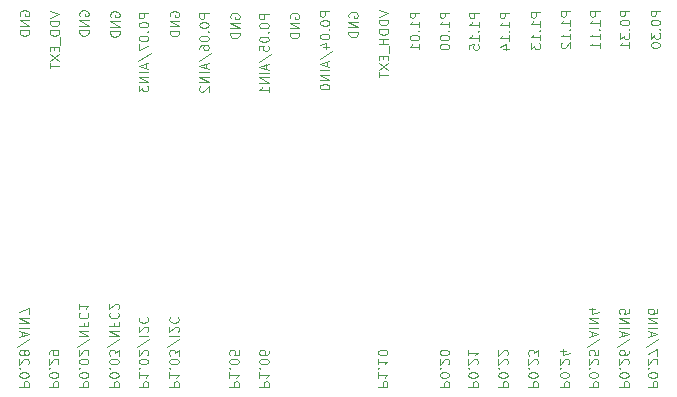
<source format=gbr>
%TF.GenerationSoftware,KiCad,Pcbnew,(6.0.0)*%
%TF.CreationDate,2022-01-25T13:51:39-08:00*%
%TF.ProjectId,nrf5340_qkaa_rev1_sensor,6e726635-3334-4305-9f71-6b61615f7265,rev?*%
%TF.SameCoordinates,Original*%
%TF.FileFunction,Legend,Bot*%
%TF.FilePolarity,Positive*%
%FSLAX46Y46*%
G04 Gerber Fmt 4.6, Leading zero omitted, Abs format (unit mm)*
G04 Created by KiCad (PCBNEW (6.0.0)) date 2022-01-25 13:51:39*
%MOMM*%
%LPD*%
G01*
G04 APERTURE LIST*
%ADD10C,0.120000*%
G04 APERTURE END LIST*
D10*
X90908095Y-83541523D02*
X91708095Y-83541523D01*
X91708095Y-83236761D01*
X91670000Y-83160571D01*
X91631904Y-83122476D01*
X91555714Y-83084380D01*
X91441428Y-83084380D01*
X91365238Y-83122476D01*
X91327142Y-83160571D01*
X91289047Y-83236761D01*
X91289047Y-83541523D01*
X91708095Y-82589142D02*
X91708095Y-82512952D01*
X91670000Y-82436761D01*
X91631904Y-82398666D01*
X91555714Y-82360571D01*
X91403333Y-82322476D01*
X91212857Y-82322476D01*
X91060476Y-82360571D01*
X90984285Y-82398666D01*
X90946190Y-82436761D01*
X90908095Y-82512952D01*
X90908095Y-82589142D01*
X90946190Y-82665333D01*
X90984285Y-82703428D01*
X91060476Y-82741523D01*
X91212857Y-82779619D01*
X91403333Y-82779619D01*
X91555714Y-82741523D01*
X91631904Y-82703428D01*
X91670000Y-82665333D01*
X91708095Y-82589142D01*
X90984285Y-81979619D02*
X90946190Y-81941523D01*
X90908095Y-81979619D01*
X90946190Y-82017714D01*
X90984285Y-81979619D01*
X90908095Y-81979619D01*
X91631904Y-81636761D02*
X91670000Y-81598666D01*
X91708095Y-81522476D01*
X91708095Y-81332000D01*
X91670000Y-81255809D01*
X91631904Y-81217714D01*
X91555714Y-81179619D01*
X91479523Y-81179619D01*
X91365238Y-81217714D01*
X90908095Y-81674857D01*
X90908095Y-81179619D01*
X91708095Y-80912952D02*
X91708095Y-80417714D01*
X91403333Y-80684380D01*
X91403333Y-80570095D01*
X91365238Y-80493904D01*
X91327142Y-80455809D01*
X91250952Y-80417714D01*
X91060476Y-80417714D01*
X90984285Y-80455809D01*
X90946190Y-80493904D01*
X90908095Y-80570095D01*
X90908095Y-80798666D01*
X90946190Y-80874857D01*
X90984285Y-80912952D01*
X70760000Y-52333428D02*
X70721904Y-52257238D01*
X70721904Y-52142952D01*
X70760000Y-52028666D01*
X70836190Y-51952476D01*
X70912380Y-51914380D01*
X71064761Y-51876285D01*
X71179047Y-51876285D01*
X71331428Y-51914380D01*
X71407619Y-51952476D01*
X71483809Y-52028666D01*
X71521904Y-52142952D01*
X71521904Y-52219142D01*
X71483809Y-52333428D01*
X71445714Y-52371523D01*
X71179047Y-52371523D01*
X71179047Y-52219142D01*
X71521904Y-52714380D02*
X70721904Y-52714380D01*
X71521904Y-53171523D01*
X70721904Y-53171523D01*
X71521904Y-53552476D02*
X70721904Y-53552476D01*
X70721904Y-53742952D01*
X70760000Y-53857238D01*
X70836190Y-53933428D01*
X70912380Y-53971523D01*
X71064761Y-54009619D01*
X71179047Y-54009619D01*
X71331428Y-53971523D01*
X71407619Y-53933428D01*
X71483809Y-53857238D01*
X71521904Y-53742952D01*
X71521904Y-53552476D01*
X101058095Y-83541523D02*
X101858095Y-83541523D01*
X101858095Y-83236761D01*
X101820000Y-83160571D01*
X101781904Y-83122476D01*
X101705714Y-83084380D01*
X101591428Y-83084380D01*
X101515238Y-83122476D01*
X101477142Y-83160571D01*
X101439047Y-83236761D01*
X101439047Y-83541523D01*
X101858095Y-82589142D02*
X101858095Y-82512952D01*
X101820000Y-82436761D01*
X101781904Y-82398666D01*
X101705714Y-82360571D01*
X101553333Y-82322476D01*
X101362857Y-82322476D01*
X101210476Y-82360571D01*
X101134285Y-82398666D01*
X101096190Y-82436761D01*
X101058095Y-82512952D01*
X101058095Y-82589142D01*
X101096190Y-82665333D01*
X101134285Y-82703428D01*
X101210476Y-82741523D01*
X101362857Y-82779619D01*
X101553333Y-82779619D01*
X101705714Y-82741523D01*
X101781904Y-82703428D01*
X101820000Y-82665333D01*
X101858095Y-82589142D01*
X101134285Y-81979619D02*
X101096190Y-81941523D01*
X101058095Y-81979619D01*
X101096190Y-82017714D01*
X101134285Y-81979619D01*
X101058095Y-81979619D01*
X101781904Y-81636761D02*
X101820000Y-81598666D01*
X101858095Y-81522476D01*
X101858095Y-81332000D01*
X101820000Y-81255809D01*
X101781904Y-81217714D01*
X101705714Y-81179619D01*
X101629523Y-81179619D01*
X101515238Y-81217714D01*
X101058095Y-81674857D01*
X101058095Y-81179619D01*
X101858095Y-80912952D02*
X101858095Y-80379619D01*
X101058095Y-80722476D01*
X101896190Y-79503428D02*
X100867619Y-80189142D01*
X101286666Y-79274857D02*
X101286666Y-78893904D01*
X101058095Y-79351047D02*
X101858095Y-79084380D01*
X101058095Y-78817714D01*
X101058095Y-78551047D02*
X101858095Y-78551047D01*
X101058095Y-78170095D02*
X101858095Y-78170095D01*
X101058095Y-77712952D01*
X101858095Y-77712952D01*
X101858095Y-76989142D02*
X101858095Y-77141523D01*
X101820000Y-77217714D01*
X101781904Y-77255809D01*
X101667619Y-77332000D01*
X101515238Y-77370095D01*
X101210476Y-77370095D01*
X101134285Y-77332000D01*
X101096190Y-77293904D01*
X101058095Y-77217714D01*
X101058095Y-77065333D01*
X101096190Y-76989142D01*
X101134285Y-76951047D01*
X101210476Y-76912952D01*
X101400952Y-76912952D01*
X101477142Y-76951047D01*
X101515238Y-76989142D01*
X101553333Y-77065333D01*
X101553333Y-77217714D01*
X101515238Y-77293904D01*
X101477142Y-77332000D01*
X101400952Y-77370095D01*
X58751904Y-51898476D02*
X57951904Y-51898476D01*
X57951904Y-52203238D01*
X57990000Y-52279428D01*
X58028095Y-52317523D01*
X58104285Y-52355619D01*
X58218571Y-52355619D01*
X58294761Y-52317523D01*
X58332857Y-52279428D01*
X58370952Y-52203238D01*
X58370952Y-51898476D01*
X57951904Y-52850857D02*
X57951904Y-52927047D01*
X57990000Y-53003238D01*
X58028095Y-53041333D01*
X58104285Y-53079428D01*
X58256666Y-53117523D01*
X58447142Y-53117523D01*
X58599523Y-53079428D01*
X58675714Y-53041333D01*
X58713809Y-53003238D01*
X58751904Y-52927047D01*
X58751904Y-52850857D01*
X58713809Y-52774666D01*
X58675714Y-52736571D01*
X58599523Y-52698476D01*
X58447142Y-52660380D01*
X58256666Y-52660380D01*
X58104285Y-52698476D01*
X58028095Y-52736571D01*
X57990000Y-52774666D01*
X57951904Y-52850857D01*
X58675714Y-53460380D02*
X58713809Y-53498476D01*
X58751904Y-53460380D01*
X58713809Y-53422285D01*
X58675714Y-53460380D01*
X58751904Y-53460380D01*
X57951904Y-53993714D02*
X57951904Y-54069904D01*
X57990000Y-54146095D01*
X58028095Y-54184190D01*
X58104285Y-54222285D01*
X58256666Y-54260380D01*
X58447142Y-54260380D01*
X58599523Y-54222285D01*
X58675714Y-54184190D01*
X58713809Y-54146095D01*
X58751904Y-54069904D01*
X58751904Y-53993714D01*
X58713809Y-53917523D01*
X58675714Y-53879428D01*
X58599523Y-53841333D01*
X58447142Y-53803238D01*
X58256666Y-53803238D01*
X58104285Y-53841333D01*
X58028095Y-53879428D01*
X57990000Y-53917523D01*
X57951904Y-53993714D01*
X57951904Y-54527047D02*
X57951904Y-55060380D01*
X58751904Y-54717523D01*
X57913809Y-55936571D02*
X58942380Y-55250857D01*
X58523333Y-56165142D02*
X58523333Y-56546095D01*
X58751904Y-56088952D02*
X57951904Y-56355619D01*
X58751904Y-56622285D01*
X58751904Y-56888952D02*
X57951904Y-56888952D01*
X58751904Y-57269904D02*
X57951904Y-57269904D01*
X58751904Y-57727047D01*
X57951904Y-57727047D01*
X57951904Y-58031809D02*
X57951904Y-58527047D01*
X58256666Y-58260380D01*
X58256666Y-58374666D01*
X58294761Y-58450857D01*
X58332857Y-58488952D01*
X58409047Y-58527047D01*
X58599523Y-58527047D01*
X58675714Y-58488952D01*
X58713809Y-58450857D01*
X58751904Y-58374666D01*
X58751904Y-58146095D01*
X58713809Y-58069904D01*
X58675714Y-58031809D01*
X52878095Y-83541523D02*
X53678095Y-83541523D01*
X53678095Y-83236761D01*
X53640000Y-83160571D01*
X53601904Y-83122476D01*
X53525714Y-83084380D01*
X53411428Y-83084380D01*
X53335238Y-83122476D01*
X53297142Y-83160571D01*
X53259047Y-83236761D01*
X53259047Y-83541523D01*
X53678095Y-82589142D02*
X53678095Y-82512952D01*
X53640000Y-82436761D01*
X53601904Y-82398666D01*
X53525714Y-82360571D01*
X53373333Y-82322476D01*
X53182857Y-82322476D01*
X53030476Y-82360571D01*
X52954285Y-82398666D01*
X52916190Y-82436761D01*
X52878095Y-82512952D01*
X52878095Y-82589142D01*
X52916190Y-82665333D01*
X52954285Y-82703428D01*
X53030476Y-82741523D01*
X53182857Y-82779619D01*
X53373333Y-82779619D01*
X53525714Y-82741523D01*
X53601904Y-82703428D01*
X53640000Y-82665333D01*
X53678095Y-82589142D01*
X52954285Y-81979619D02*
X52916190Y-81941523D01*
X52878095Y-81979619D01*
X52916190Y-82017714D01*
X52954285Y-81979619D01*
X52878095Y-81979619D01*
X53678095Y-81446285D02*
X53678095Y-81370095D01*
X53640000Y-81293904D01*
X53601904Y-81255809D01*
X53525714Y-81217714D01*
X53373333Y-81179619D01*
X53182857Y-81179619D01*
X53030476Y-81217714D01*
X52954285Y-81255809D01*
X52916190Y-81293904D01*
X52878095Y-81370095D01*
X52878095Y-81446285D01*
X52916190Y-81522476D01*
X52954285Y-81560571D01*
X53030476Y-81598666D01*
X53182857Y-81636761D01*
X53373333Y-81636761D01*
X53525714Y-81598666D01*
X53601904Y-81560571D01*
X53640000Y-81522476D01*
X53678095Y-81446285D01*
X53601904Y-80874857D02*
X53640000Y-80836761D01*
X53678095Y-80760571D01*
X53678095Y-80570095D01*
X53640000Y-80493904D01*
X53601904Y-80455809D01*
X53525714Y-80417714D01*
X53449523Y-80417714D01*
X53335238Y-80455809D01*
X52878095Y-80912952D01*
X52878095Y-80417714D01*
X53716190Y-79503428D02*
X52687619Y-80189142D01*
X52878095Y-79236761D02*
X53678095Y-79236761D01*
X52878095Y-78779619D01*
X53678095Y-78779619D01*
X53297142Y-78132000D02*
X53297142Y-78398666D01*
X52878095Y-78398666D02*
X53678095Y-78398666D01*
X53678095Y-78017714D01*
X52954285Y-77255809D02*
X52916190Y-77293904D01*
X52878095Y-77408190D01*
X52878095Y-77484380D01*
X52916190Y-77598666D01*
X52992380Y-77674857D01*
X53068571Y-77712952D01*
X53220952Y-77751047D01*
X53335238Y-77751047D01*
X53487619Y-77712952D01*
X53563809Y-77674857D01*
X53640000Y-77598666D01*
X53678095Y-77484380D01*
X53678095Y-77408190D01*
X53640000Y-77293904D01*
X53601904Y-77255809D01*
X52878095Y-76493904D02*
X52878095Y-76951047D01*
X52878095Y-76722476D02*
X53678095Y-76722476D01*
X53563809Y-76798666D01*
X53487619Y-76874857D01*
X53449523Y-76951047D01*
X55550000Y-52213428D02*
X55511904Y-52137238D01*
X55511904Y-52022952D01*
X55550000Y-51908666D01*
X55626190Y-51832476D01*
X55702380Y-51794380D01*
X55854761Y-51756285D01*
X55969047Y-51756285D01*
X56121428Y-51794380D01*
X56197619Y-51832476D01*
X56273809Y-51908666D01*
X56311904Y-52022952D01*
X56311904Y-52099142D01*
X56273809Y-52213428D01*
X56235714Y-52251523D01*
X55969047Y-52251523D01*
X55969047Y-52099142D01*
X56311904Y-52594380D02*
X55511904Y-52594380D01*
X56311904Y-53051523D01*
X55511904Y-53051523D01*
X56311904Y-53432476D02*
X55511904Y-53432476D01*
X55511904Y-53622952D01*
X55550000Y-53737238D01*
X55626190Y-53813428D01*
X55702380Y-53851523D01*
X55854761Y-53889619D01*
X55969047Y-53889619D01*
X56121428Y-53851523D01*
X56197619Y-53813428D01*
X56273809Y-53737238D01*
X56311904Y-53622952D01*
X56311904Y-53432476D01*
X86741904Y-51878476D02*
X85941904Y-51878476D01*
X85941904Y-52183238D01*
X85980000Y-52259428D01*
X86018095Y-52297523D01*
X86094285Y-52335619D01*
X86208571Y-52335619D01*
X86284761Y-52297523D01*
X86322857Y-52259428D01*
X86360952Y-52183238D01*
X86360952Y-51878476D01*
X86741904Y-53097523D02*
X86741904Y-52640380D01*
X86741904Y-52868952D02*
X85941904Y-52868952D01*
X86056190Y-52792761D01*
X86132380Y-52716571D01*
X86170476Y-52640380D01*
X86665714Y-53440380D02*
X86703809Y-53478476D01*
X86741904Y-53440380D01*
X86703809Y-53402285D01*
X86665714Y-53440380D01*
X86741904Y-53440380D01*
X86741904Y-54240380D02*
X86741904Y-53783238D01*
X86741904Y-54011809D02*
X85941904Y-54011809D01*
X86056190Y-53935619D01*
X86132380Y-53859428D01*
X86170476Y-53783238D01*
X85941904Y-54964190D02*
X85941904Y-54583238D01*
X86322857Y-54545142D01*
X86284761Y-54583238D01*
X86246666Y-54659428D01*
X86246666Y-54849904D01*
X86284761Y-54926095D01*
X86322857Y-54964190D01*
X86399047Y-55002285D01*
X86589523Y-55002285D01*
X86665714Y-54964190D01*
X86703809Y-54926095D01*
X86741904Y-54849904D01*
X86741904Y-54659428D01*
X86703809Y-54583238D01*
X86665714Y-54545142D01*
X50421904Y-51744190D02*
X51221904Y-52010857D01*
X50421904Y-52277523D01*
X51221904Y-52544190D02*
X50421904Y-52544190D01*
X50421904Y-52734666D01*
X50460000Y-52848952D01*
X50536190Y-52925142D01*
X50612380Y-52963238D01*
X50764761Y-53001333D01*
X50879047Y-53001333D01*
X51031428Y-52963238D01*
X51107619Y-52925142D01*
X51183809Y-52848952D01*
X51221904Y-52734666D01*
X51221904Y-52544190D01*
X51221904Y-53344190D02*
X50421904Y-53344190D01*
X50421904Y-53534666D01*
X50460000Y-53648952D01*
X50536190Y-53725142D01*
X50612380Y-53763238D01*
X50764761Y-53801333D01*
X50879047Y-53801333D01*
X51031428Y-53763238D01*
X51107619Y-53725142D01*
X51183809Y-53648952D01*
X51221904Y-53534666D01*
X51221904Y-53344190D01*
X51298095Y-53953714D02*
X51298095Y-54563238D01*
X50802857Y-54753714D02*
X50802857Y-55020380D01*
X51221904Y-55134666D02*
X51221904Y-54753714D01*
X50421904Y-54753714D01*
X50421904Y-55134666D01*
X50421904Y-55401333D02*
X51221904Y-55934666D01*
X50421904Y-55934666D02*
X51221904Y-55401333D01*
X50421904Y-56125142D02*
X50421904Y-56582285D01*
X51221904Y-56353714D02*
X50421904Y-56353714D01*
X99481904Y-51718476D02*
X98681904Y-51718476D01*
X98681904Y-52023238D01*
X98720000Y-52099428D01*
X98758095Y-52137523D01*
X98834285Y-52175619D01*
X98948571Y-52175619D01*
X99024761Y-52137523D01*
X99062857Y-52099428D01*
X99100952Y-52023238D01*
X99100952Y-51718476D01*
X98681904Y-52670857D02*
X98681904Y-52747047D01*
X98720000Y-52823238D01*
X98758095Y-52861333D01*
X98834285Y-52899428D01*
X98986666Y-52937523D01*
X99177142Y-52937523D01*
X99329523Y-52899428D01*
X99405714Y-52861333D01*
X99443809Y-52823238D01*
X99481904Y-52747047D01*
X99481904Y-52670857D01*
X99443809Y-52594666D01*
X99405714Y-52556571D01*
X99329523Y-52518476D01*
X99177142Y-52480380D01*
X98986666Y-52480380D01*
X98834285Y-52518476D01*
X98758095Y-52556571D01*
X98720000Y-52594666D01*
X98681904Y-52670857D01*
X99405714Y-53280380D02*
X99443809Y-53318476D01*
X99481904Y-53280380D01*
X99443809Y-53242285D01*
X99405714Y-53280380D01*
X99481904Y-53280380D01*
X98681904Y-53585142D02*
X98681904Y-54080380D01*
X98986666Y-53813714D01*
X98986666Y-53928000D01*
X99024761Y-54004190D01*
X99062857Y-54042285D01*
X99139047Y-54080380D01*
X99329523Y-54080380D01*
X99405714Y-54042285D01*
X99443809Y-54004190D01*
X99481904Y-53928000D01*
X99481904Y-53699428D01*
X99443809Y-53623238D01*
X99405714Y-53585142D01*
X99481904Y-54842285D02*
X99481904Y-54385142D01*
X99481904Y-54613714D02*
X98681904Y-54613714D01*
X98796190Y-54537523D01*
X98872380Y-54461333D01*
X98910476Y-54385142D01*
X60600000Y-52183428D02*
X60561904Y-52107238D01*
X60561904Y-51992952D01*
X60600000Y-51878666D01*
X60676190Y-51802476D01*
X60752380Y-51764380D01*
X60904761Y-51726285D01*
X61019047Y-51726285D01*
X61171428Y-51764380D01*
X61247619Y-51802476D01*
X61323809Y-51878666D01*
X61361904Y-51992952D01*
X61361904Y-52069142D01*
X61323809Y-52183428D01*
X61285714Y-52221523D01*
X61019047Y-52221523D01*
X61019047Y-52069142D01*
X61361904Y-52564380D02*
X60561904Y-52564380D01*
X61361904Y-53021523D01*
X60561904Y-53021523D01*
X61361904Y-53402476D02*
X60561904Y-53402476D01*
X60561904Y-53592952D01*
X60600000Y-53707238D01*
X60676190Y-53783428D01*
X60752380Y-53821523D01*
X60904761Y-53859619D01*
X61019047Y-53859619D01*
X61171428Y-53821523D01*
X61247619Y-53783428D01*
X61323809Y-53707238D01*
X61361904Y-53592952D01*
X61361904Y-53402476D01*
X65618095Y-83541523D02*
X66418095Y-83541523D01*
X66418095Y-83236761D01*
X66380000Y-83160571D01*
X66341904Y-83122476D01*
X66265714Y-83084380D01*
X66151428Y-83084380D01*
X66075238Y-83122476D01*
X66037142Y-83160571D01*
X65999047Y-83236761D01*
X65999047Y-83541523D01*
X65618095Y-82322476D02*
X65618095Y-82779619D01*
X65618095Y-82551047D02*
X66418095Y-82551047D01*
X66303809Y-82627238D01*
X66227619Y-82703428D01*
X66189523Y-82779619D01*
X65694285Y-81979619D02*
X65656190Y-81941523D01*
X65618095Y-81979619D01*
X65656190Y-82017714D01*
X65694285Y-81979619D01*
X65618095Y-81979619D01*
X66418095Y-81446285D02*
X66418095Y-81370095D01*
X66380000Y-81293904D01*
X66341904Y-81255809D01*
X66265714Y-81217714D01*
X66113333Y-81179619D01*
X65922857Y-81179619D01*
X65770476Y-81217714D01*
X65694285Y-81255809D01*
X65656190Y-81293904D01*
X65618095Y-81370095D01*
X65618095Y-81446285D01*
X65656190Y-81522476D01*
X65694285Y-81560571D01*
X65770476Y-81598666D01*
X65922857Y-81636761D01*
X66113333Y-81636761D01*
X66265714Y-81598666D01*
X66341904Y-81560571D01*
X66380000Y-81522476D01*
X66418095Y-81446285D01*
X66418095Y-80455809D02*
X66418095Y-80836761D01*
X66037142Y-80874857D01*
X66075238Y-80836761D01*
X66113333Y-80760571D01*
X66113333Y-80570095D01*
X66075238Y-80493904D01*
X66037142Y-80455809D01*
X65960952Y-80417714D01*
X65770476Y-80417714D01*
X65694285Y-80455809D01*
X65656190Y-80493904D01*
X65618095Y-80570095D01*
X65618095Y-80760571D01*
X65656190Y-80836761D01*
X65694285Y-80874857D01*
X75730000Y-52243428D02*
X75691904Y-52167238D01*
X75691904Y-52052952D01*
X75730000Y-51938666D01*
X75806190Y-51862476D01*
X75882380Y-51824380D01*
X76034761Y-51786285D01*
X76149047Y-51786285D01*
X76301428Y-51824380D01*
X76377619Y-51862476D01*
X76453809Y-51938666D01*
X76491904Y-52052952D01*
X76491904Y-52129142D01*
X76453809Y-52243428D01*
X76415714Y-52281523D01*
X76149047Y-52281523D01*
X76149047Y-52129142D01*
X76491904Y-52624380D02*
X75691904Y-52624380D01*
X76491904Y-53081523D01*
X75691904Y-53081523D01*
X76491904Y-53462476D02*
X75691904Y-53462476D01*
X75691904Y-53652952D01*
X75730000Y-53767238D01*
X75806190Y-53843428D01*
X75882380Y-53881523D01*
X76034761Y-53919619D01*
X76149047Y-53919619D01*
X76301428Y-53881523D01*
X76377619Y-53843428D01*
X76453809Y-53767238D01*
X76491904Y-53652952D01*
X76491904Y-53462476D01*
X65710000Y-52333428D02*
X65671904Y-52257238D01*
X65671904Y-52142952D01*
X65710000Y-52028666D01*
X65786190Y-51952476D01*
X65862380Y-51914380D01*
X66014761Y-51876285D01*
X66129047Y-51876285D01*
X66281428Y-51914380D01*
X66357619Y-51952476D01*
X66433809Y-52028666D01*
X66471904Y-52142952D01*
X66471904Y-52219142D01*
X66433809Y-52333428D01*
X66395714Y-52371523D01*
X66129047Y-52371523D01*
X66129047Y-52219142D01*
X66471904Y-52714380D02*
X65671904Y-52714380D01*
X66471904Y-53171523D01*
X65671904Y-53171523D01*
X66471904Y-53552476D02*
X65671904Y-53552476D01*
X65671904Y-53742952D01*
X65710000Y-53857238D01*
X65786190Y-53933428D01*
X65862380Y-53971523D01*
X66014761Y-54009619D01*
X66129047Y-54009619D01*
X66281428Y-53971523D01*
X66357619Y-53933428D01*
X66433809Y-53857238D01*
X66471904Y-53742952D01*
X66471904Y-53552476D01*
X94481904Y-51738476D02*
X93681904Y-51738476D01*
X93681904Y-52043238D01*
X93720000Y-52119428D01*
X93758095Y-52157523D01*
X93834285Y-52195619D01*
X93948571Y-52195619D01*
X94024761Y-52157523D01*
X94062857Y-52119428D01*
X94100952Y-52043238D01*
X94100952Y-51738476D01*
X94481904Y-52957523D02*
X94481904Y-52500380D01*
X94481904Y-52728952D02*
X93681904Y-52728952D01*
X93796190Y-52652761D01*
X93872380Y-52576571D01*
X93910476Y-52500380D01*
X94405714Y-53300380D02*
X94443809Y-53338476D01*
X94481904Y-53300380D01*
X94443809Y-53262285D01*
X94405714Y-53300380D01*
X94481904Y-53300380D01*
X94481904Y-54100380D02*
X94481904Y-53643238D01*
X94481904Y-53871809D02*
X93681904Y-53871809D01*
X93796190Y-53795619D01*
X93872380Y-53719428D01*
X93910476Y-53643238D01*
X93758095Y-54405142D02*
X93720000Y-54443238D01*
X93681904Y-54519428D01*
X93681904Y-54709904D01*
X93720000Y-54786095D01*
X93758095Y-54824190D01*
X93834285Y-54862285D01*
X93910476Y-54862285D01*
X94024761Y-54824190D01*
X94481904Y-54367047D01*
X94481904Y-54862285D01*
X98608095Y-83541523D02*
X99408095Y-83541523D01*
X99408095Y-83236761D01*
X99370000Y-83160571D01*
X99331904Y-83122476D01*
X99255714Y-83084380D01*
X99141428Y-83084380D01*
X99065238Y-83122476D01*
X99027142Y-83160571D01*
X98989047Y-83236761D01*
X98989047Y-83541523D01*
X99408095Y-82589142D02*
X99408095Y-82512952D01*
X99370000Y-82436761D01*
X99331904Y-82398666D01*
X99255714Y-82360571D01*
X99103333Y-82322476D01*
X98912857Y-82322476D01*
X98760476Y-82360571D01*
X98684285Y-82398666D01*
X98646190Y-82436761D01*
X98608095Y-82512952D01*
X98608095Y-82589142D01*
X98646190Y-82665333D01*
X98684285Y-82703428D01*
X98760476Y-82741523D01*
X98912857Y-82779619D01*
X99103333Y-82779619D01*
X99255714Y-82741523D01*
X99331904Y-82703428D01*
X99370000Y-82665333D01*
X99408095Y-82589142D01*
X98684285Y-81979619D02*
X98646190Y-81941523D01*
X98608095Y-81979619D01*
X98646190Y-82017714D01*
X98684285Y-81979619D01*
X98608095Y-81979619D01*
X99331904Y-81636761D02*
X99370000Y-81598666D01*
X99408095Y-81522476D01*
X99408095Y-81332000D01*
X99370000Y-81255809D01*
X99331904Y-81217714D01*
X99255714Y-81179619D01*
X99179523Y-81179619D01*
X99065238Y-81217714D01*
X98608095Y-81674857D01*
X98608095Y-81179619D01*
X99408095Y-80493904D02*
X99408095Y-80646285D01*
X99370000Y-80722476D01*
X99331904Y-80760571D01*
X99217619Y-80836761D01*
X99065238Y-80874857D01*
X98760476Y-80874857D01*
X98684285Y-80836761D01*
X98646190Y-80798666D01*
X98608095Y-80722476D01*
X98608095Y-80570095D01*
X98646190Y-80493904D01*
X98684285Y-80455809D01*
X98760476Y-80417714D01*
X98950952Y-80417714D01*
X99027142Y-80455809D01*
X99065238Y-80493904D01*
X99103333Y-80570095D01*
X99103333Y-80722476D01*
X99065238Y-80798666D01*
X99027142Y-80836761D01*
X98950952Y-80874857D01*
X99446190Y-79503428D02*
X98417619Y-80189142D01*
X98836666Y-79274857D02*
X98836666Y-78893904D01*
X98608095Y-79351047D02*
X99408095Y-79084380D01*
X98608095Y-78817714D01*
X98608095Y-78551047D02*
X99408095Y-78551047D01*
X98608095Y-78170095D02*
X99408095Y-78170095D01*
X98608095Y-77712952D01*
X99408095Y-77712952D01*
X99408095Y-76951047D02*
X99408095Y-77332000D01*
X99027142Y-77370095D01*
X99065238Y-77332000D01*
X99103333Y-77255809D01*
X99103333Y-77065333D01*
X99065238Y-76989142D01*
X99027142Y-76951047D01*
X98950952Y-76912952D01*
X98760476Y-76912952D01*
X98684285Y-76951047D01*
X98646190Y-76989142D01*
X98608095Y-77065333D01*
X98608095Y-77255809D01*
X98646190Y-77332000D01*
X98684285Y-77370095D01*
X88368095Y-83541523D02*
X89168095Y-83541523D01*
X89168095Y-83236761D01*
X89130000Y-83160571D01*
X89091904Y-83122476D01*
X89015714Y-83084380D01*
X88901428Y-83084380D01*
X88825238Y-83122476D01*
X88787142Y-83160571D01*
X88749047Y-83236761D01*
X88749047Y-83541523D01*
X89168095Y-82589142D02*
X89168095Y-82512952D01*
X89130000Y-82436761D01*
X89091904Y-82398666D01*
X89015714Y-82360571D01*
X88863333Y-82322476D01*
X88672857Y-82322476D01*
X88520476Y-82360571D01*
X88444285Y-82398666D01*
X88406190Y-82436761D01*
X88368095Y-82512952D01*
X88368095Y-82589142D01*
X88406190Y-82665333D01*
X88444285Y-82703428D01*
X88520476Y-82741523D01*
X88672857Y-82779619D01*
X88863333Y-82779619D01*
X89015714Y-82741523D01*
X89091904Y-82703428D01*
X89130000Y-82665333D01*
X89168095Y-82589142D01*
X88444285Y-81979619D02*
X88406190Y-81941523D01*
X88368095Y-81979619D01*
X88406190Y-82017714D01*
X88444285Y-81979619D01*
X88368095Y-81979619D01*
X89091904Y-81636761D02*
X89130000Y-81598666D01*
X89168095Y-81522476D01*
X89168095Y-81332000D01*
X89130000Y-81255809D01*
X89091904Y-81217714D01*
X89015714Y-81179619D01*
X88939523Y-81179619D01*
X88825238Y-81217714D01*
X88368095Y-81674857D01*
X88368095Y-81179619D01*
X89091904Y-80874857D02*
X89130000Y-80836761D01*
X89168095Y-80760571D01*
X89168095Y-80570095D01*
X89130000Y-80493904D01*
X89091904Y-80455809D01*
X89015714Y-80417714D01*
X88939523Y-80417714D01*
X88825238Y-80455809D01*
X88368095Y-80912952D01*
X88368095Y-80417714D01*
X85848095Y-83541523D02*
X86648095Y-83541523D01*
X86648095Y-83236761D01*
X86610000Y-83160571D01*
X86571904Y-83122476D01*
X86495714Y-83084380D01*
X86381428Y-83084380D01*
X86305238Y-83122476D01*
X86267142Y-83160571D01*
X86229047Y-83236761D01*
X86229047Y-83541523D01*
X86648095Y-82589142D02*
X86648095Y-82512952D01*
X86610000Y-82436761D01*
X86571904Y-82398666D01*
X86495714Y-82360571D01*
X86343333Y-82322476D01*
X86152857Y-82322476D01*
X86000476Y-82360571D01*
X85924285Y-82398666D01*
X85886190Y-82436761D01*
X85848095Y-82512952D01*
X85848095Y-82589142D01*
X85886190Y-82665333D01*
X85924285Y-82703428D01*
X86000476Y-82741523D01*
X86152857Y-82779619D01*
X86343333Y-82779619D01*
X86495714Y-82741523D01*
X86571904Y-82703428D01*
X86610000Y-82665333D01*
X86648095Y-82589142D01*
X85924285Y-81979619D02*
X85886190Y-81941523D01*
X85848095Y-81979619D01*
X85886190Y-82017714D01*
X85924285Y-81979619D01*
X85848095Y-81979619D01*
X86571904Y-81636761D02*
X86610000Y-81598666D01*
X86648095Y-81522476D01*
X86648095Y-81332000D01*
X86610000Y-81255809D01*
X86571904Y-81217714D01*
X86495714Y-81179619D01*
X86419523Y-81179619D01*
X86305238Y-81217714D01*
X85848095Y-81674857D01*
X85848095Y-81179619D01*
X85848095Y-80417714D02*
X85848095Y-80874857D01*
X85848095Y-80646285D02*
X86648095Y-80646285D01*
X86533809Y-80722476D01*
X86457619Y-80798666D01*
X86419523Y-80874857D01*
X63881904Y-51918476D02*
X63081904Y-51918476D01*
X63081904Y-52223238D01*
X63120000Y-52299428D01*
X63158095Y-52337523D01*
X63234285Y-52375619D01*
X63348571Y-52375619D01*
X63424761Y-52337523D01*
X63462857Y-52299428D01*
X63500952Y-52223238D01*
X63500952Y-51918476D01*
X63081904Y-52870857D02*
X63081904Y-52947047D01*
X63120000Y-53023238D01*
X63158095Y-53061333D01*
X63234285Y-53099428D01*
X63386666Y-53137523D01*
X63577142Y-53137523D01*
X63729523Y-53099428D01*
X63805714Y-53061333D01*
X63843809Y-53023238D01*
X63881904Y-52947047D01*
X63881904Y-52870857D01*
X63843809Y-52794666D01*
X63805714Y-52756571D01*
X63729523Y-52718476D01*
X63577142Y-52680380D01*
X63386666Y-52680380D01*
X63234285Y-52718476D01*
X63158095Y-52756571D01*
X63120000Y-52794666D01*
X63081904Y-52870857D01*
X63805714Y-53480380D02*
X63843809Y-53518476D01*
X63881904Y-53480380D01*
X63843809Y-53442285D01*
X63805714Y-53480380D01*
X63881904Y-53480380D01*
X63081904Y-54013714D02*
X63081904Y-54089904D01*
X63120000Y-54166095D01*
X63158095Y-54204190D01*
X63234285Y-54242285D01*
X63386666Y-54280380D01*
X63577142Y-54280380D01*
X63729523Y-54242285D01*
X63805714Y-54204190D01*
X63843809Y-54166095D01*
X63881904Y-54089904D01*
X63881904Y-54013714D01*
X63843809Y-53937523D01*
X63805714Y-53899428D01*
X63729523Y-53861333D01*
X63577142Y-53823238D01*
X63386666Y-53823238D01*
X63234285Y-53861333D01*
X63158095Y-53899428D01*
X63120000Y-53937523D01*
X63081904Y-54013714D01*
X63081904Y-54966095D02*
X63081904Y-54813714D01*
X63120000Y-54737523D01*
X63158095Y-54699428D01*
X63272380Y-54623238D01*
X63424761Y-54585142D01*
X63729523Y-54585142D01*
X63805714Y-54623238D01*
X63843809Y-54661333D01*
X63881904Y-54737523D01*
X63881904Y-54889904D01*
X63843809Y-54966095D01*
X63805714Y-55004190D01*
X63729523Y-55042285D01*
X63539047Y-55042285D01*
X63462857Y-55004190D01*
X63424761Y-54966095D01*
X63386666Y-54889904D01*
X63386666Y-54737523D01*
X63424761Y-54661333D01*
X63462857Y-54623238D01*
X63539047Y-54585142D01*
X63043809Y-55956571D02*
X64072380Y-55270857D01*
X63653333Y-56185142D02*
X63653333Y-56566095D01*
X63881904Y-56108952D02*
X63081904Y-56375619D01*
X63881904Y-56642285D01*
X63881904Y-56908952D02*
X63081904Y-56908952D01*
X63881904Y-57289904D02*
X63081904Y-57289904D01*
X63881904Y-57747047D01*
X63081904Y-57747047D01*
X63158095Y-58089904D02*
X63120000Y-58127999D01*
X63081904Y-58204190D01*
X63081904Y-58394666D01*
X63120000Y-58470857D01*
X63158095Y-58508952D01*
X63234285Y-58547047D01*
X63310476Y-58547047D01*
X63424761Y-58508952D01*
X63881904Y-58051809D01*
X63881904Y-58547047D01*
X83418095Y-83541523D02*
X84218095Y-83541523D01*
X84218095Y-83236761D01*
X84180000Y-83160571D01*
X84141904Y-83122476D01*
X84065714Y-83084380D01*
X83951428Y-83084380D01*
X83875238Y-83122476D01*
X83837142Y-83160571D01*
X83799047Y-83236761D01*
X83799047Y-83541523D01*
X84218095Y-82589142D02*
X84218095Y-82512952D01*
X84180000Y-82436761D01*
X84141904Y-82398666D01*
X84065714Y-82360571D01*
X83913333Y-82322476D01*
X83722857Y-82322476D01*
X83570476Y-82360571D01*
X83494285Y-82398666D01*
X83456190Y-82436761D01*
X83418095Y-82512952D01*
X83418095Y-82589142D01*
X83456190Y-82665333D01*
X83494285Y-82703428D01*
X83570476Y-82741523D01*
X83722857Y-82779619D01*
X83913333Y-82779619D01*
X84065714Y-82741523D01*
X84141904Y-82703428D01*
X84180000Y-82665333D01*
X84218095Y-82589142D01*
X83494285Y-81979619D02*
X83456190Y-81941523D01*
X83418095Y-81979619D01*
X83456190Y-82017714D01*
X83494285Y-81979619D01*
X83418095Y-81979619D01*
X84141904Y-81636761D02*
X84180000Y-81598666D01*
X84218095Y-81522476D01*
X84218095Y-81332000D01*
X84180000Y-81255809D01*
X84141904Y-81217714D01*
X84065714Y-81179619D01*
X83989523Y-81179619D01*
X83875238Y-81217714D01*
X83418095Y-81674857D01*
X83418095Y-81179619D01*
X84218095Y-80684380D02*
X84218095Y-80608190D01*
X84180000Y-80532000D01*
X84141904Y-80493904D01*
X84065714Y-80455809D01*
X83913333Y-80417714D01*
X83722857Y-80417714D01*
X83570476Y-80455809D01*
X83494285Y-80493904D01*
X83456190Y-80532000D01*
X83418095Y-80608190D01*
X83418095Y-80684380D01*
X83456190Y-80760571D01*
X83494285Y-80798666D01*
X83570476Y-80836761D01*
X83722857Y-80874857D01*
X83913333Y-80874857D01*
X84065714Y-80836761D01*
X84141904Y-80798666D01*
X84180000Y-80760571D01*
X84218095Y-80684380D01*
X89321904Y-51878476D02*
X88521904Y-51878476D01*
X88521904Y-52183238D01*
X88560000Y-52259428D01*
X88598095Y-52297523D01*
X88674285Y-52335619D01*
X88788571Y-52335619D01*
X88864761Y-52297523D01*
X88902857Y-52259428D01*
X88940952Y-52183238D01*
X88940952Y-51878476D01*
X89321904Y-53097523D02*
X89321904Y-52640380D01*
X89321904Y-52868952D02*
X88521904Y-52868952D01*
X88636190Y-52792761D01*
X88712380Y-52716571D01*
X88750476Y-52640380D01*
X89245714Y-53440380D02*
X89283809Y-53478476D01*
X89321904Y-53440380D01*
X89283809Y-53402285D01*
X89245714Y-53440380D01*
X89321904Y-53440380D01*
X89321904Y-54240380D02*
X89321904Y-53783238D01*
X89321904Y-54011809D02*
X88521904Y-54011809D01*
X88636190Y-53935619D01*
X88712380Y-53859428D01*
X88750476Y-53783238D01*
X88788571Y-54926095D02*
X89321904Y-54926095D01*
X88483809Y-54735619D02*
X89055238Y-54545142D01*
X89055238Y-55040380D01*
X102081904Y-51698476D02*
X101281904Y-51698476D01*
X101281904Y-52003238D01*
X101320000Y-52079428D01*
X101358095Y-52117523D01*
X101434285Y-52155619D01*
X101548571Y-52155619D01*
X101624761Y-52117523D01*
X101662857Y-52079428D01*
X101700952Y-52003238D01*
X101700952Y-51698476D01*
X101281904Y-52650857D02*
X101281904Y-52727047D01*
X101320000Y-52803238D01*
X101358095Y-52841333D01*
X101434285Y-52879428D01*
X101586666Y-52917523D01*
X101777142Y-52917523D01*
X101929523Y-52879428D01*
X102005714Y-52841333D01*
X102043809Y-52803238D01*
X102081904Y-52727047D01*
X102081904Y-52650857D01*
X102043809Y-52574666D01*
X102005714Y-52536571D01*
X101929523Y-52498476D01*
X101777142Y-52460380D01*
X101586666Y-52460380D01*
X101434285Y-52498476D01*
X101358095Y-52536571D01*
X101320000Y-52574666D01*
X101281904Y-52650857D01*
X102005714Y-53260380D02*
X102043809Y-53298476D01*
X102081904Y-53260380D01*
X102043809Y-53222285D01*
X102005714Y-53260380D01*
X102081904Y-53260380D01*
X101281904Y-53565142D02*
X101281904Y-54060380D01*
X101586666Y-53793714D01*
X101586666Y-53908000D01*
X101624761Y-53984190D01*
X101662857Y-54022285D01*
X101739047Y-54060380D01*
X101929523Y-54060380D01*
X102005714Y-54022285D01*
X102043809Y-53984190D01*
X102081904Y-53908000D01*
X102081904Y-53679428D01*
X102043809Y-53603238D01*
X102005714Y-53565142D01*
X101281904Y-54555619D02*
X101281904Y-54631809D01*
X101320000Y-54708000D01*
X101358095Y-54746095D01*
X101434285Y-54784190D01*
X101586666Y-54822285D01*
X101777142Y-54822285D01*
X101929523Y-54784190D01*
X102005714Y-54746095D01*
X102043809Y-54708000D01*
X102081904Y-54631809D01*
X102081904Y-54555619D01*
X102043809Y-54479428D01*
X102005714Y-54441333D01*
X101929523Y-54403238D01*
X101777142Y-54365142D01*
X101586666Y-54365142D01*
X101434285Y-54403238D01*
X101358095Y-54441333D01*
X101320000Y-54479428D01*
X101281904Y-54555619D01*
X91931904Y-51818476D02*
X91131904Y-51818476D01*
X91131904Y-52123238D01*
X91170000Y-52199428D01*
X91208095Y-52237523D01*
X91284285Y-52275619D01*
X91398571Y-52275619D01*
X91474761Y-52237523D01*
X91512857Y-52199428D01*
X91550952Y-52123238D01*
X91550952Y-51818476D01*
X91931904Y-53037523D02*
X91931904Y-52580380D01*
X91931904Y-52808952D02*
X91131904Y-52808952D01*
X91246190Y-52732761D01*
X91322380Y-52656571D01*
X91360476Y-52580380D01*
X91855714Y-53380380D02*
X91893809Y-53418476D01*
X91931904Y-53380380D01*
X91893809Y-53342285D01*
X91855714Y-53380380D01*
X91931904Y-53380380D01*
X91931904Y-54180380D02*
X91931904Y-53723238D01*
X91931904Y-53951809D02*
X91131904Y-53951809D01*
X91246190Y-53875619D01*
X91322380Y-53799428D01*
X91360476Y-53723238D01*
X91131904Y-54447047D02*
X91131904Y-54942285D01*
X91436666Y-54675619D01*
X91436666Y-54789904D01*
X91474761Y-54866095D01*
X91512857Y-54904190D01*
X91589047Y-54942285D01*
X91779523Y-54942285D01*
X91855714Y-54904190D01*
X91893809Y-54866095D01*
X91931904Y-54789904D01*
X91931904Y-54561333D01*
X91893809Y-54485142D01*
X91855714Y-54447047D01*
X81681904Y-51848476D02*
X80881904Y-51848476D01*
X80881904Y-52153238D01*
X80920000Y-52229428D01*
X80958095Y-52267523D01*
X81034285Y-52305619D01*
X81148571Y-52305619D01*
X81224761Y-52267523D01*
X81262857Y-52229428D01*
X81300952Y-52153238D01*
X81300952Y-51848476D01*
X81681904Y-53067523D02*
X81681904Y-52610380D01*
X81681904Y-52838952D02*
X80881904Y-52838952D01*
X80996190Y-52762761D01*
X81072380Y-52686571D01*
X81110476Y-52610380D01*
X81605714Y-53410380D02*
X81643809Y-53448476D01*
X81681904Y-53410380D01*
X81643809Y-53372285D01*
X81605714Y-53410380D01*
X81681904Y-53410380D01*
X80881904Y-53943714D02*
X80881904Y-54019904D01*
X80920000Y-54096095D01*
X80958095Y-54134190D01*
X81034285Y-54172285D01*
X81186666Y-54210380D01*
X81377142Y-54210380D01*
X81529523Y-54172285D01*
X81605714Y-54134190D01*
X81643809Y-54096095D01*
X81681904Y-54019904D01*
X81681904Y-53943714D01*
X81643809Y-53867523D01*
X81605714Y-53829428D01*
X81529523Y-53791333D01*
X81377142Y-53753238D01*
X81186666Y-53753238D01*
X81034285Y-53791333D01*
X80958095Y-53829428D01*
X80920000Y-53867523D01*
X80881904Y-53943714D01*
X81681904Y-54972285D02*
X81681904Y-54515142D01*
X81681904Y-54743714D02*
X80881904Y-54743714D01*
X80996190Y-54667523D01*
X81072380Y-54591333D01*
X81110476Y-54515142D01*
X55438095Y-83541523D02*
X56238095Y-83541523D01*
X56238095Y-83236761D01*
X56200000Y-83160571D01*
X56161904Y-83122476D01*
X56085714Y-83084380D01*
X55971428Y-83084380D01*
X55895238Y-83122476D01*
X55857142Y-83160571D01*
X55819047Y-83236761D01*
X55819047Y-83541523D01*
X56238095Y-82589142D02*
X56238095Y-82512952D01*
X56200000Y-82436761D01*
X56161904Y-82398666D01*
X56085714Y-82360571D01*
X55933333Y-82322476D01*
X55742857Y-82322476D01*
X55590476Y-82360571D01*
X55514285Y-82398666D01*
X55476190Y-82436761D01*
X55438095Y-82512952D01*
X55438095Y-82589142D01*
X55476190Y-82665333D01*
X55514285Y-82703428D01*
X55590476Y-82741523D01*
X55742857Y-82779619D01*
X55933333Y-82779619D01*
X56085714Y-82741523D01*
X56161904Y-82703428D01*
X56200000Y-82665333D01*
X56238095Y-82589142D01*
X55514285Y-81979619D02*
X55476190Y-81941523D01*
X55438095Y-81979619D01*
X55476190Y-82017714D01*
X55514285Y-81979619D01*
X55438095Y-81979619D01*
X56238095Y-81446285D02*
X56238095Y-81370095D01*
X56200000Y-81293904D01*
X56161904Y-81255809D01*
X56085714Y-81217714D01*
X55933333Y-81179619D01*
X55742857Y-81179619D01*
X55590476Y-81217714D01*
X55514285Y-81255809D01*
X55476190Y-81293904D01*
X55438095Y-81370095D01*
X55438095Y-81446285D01*
X55476190Y-81522476D01*
X55514285Y-81560571D01*
X55590476Y-81598666D01*
X55742857Y-81636761D01*
X55933333Y-81636761D01*
X56085714Y-81598666D01*
X56161904Y-81560571D01*
X56200000Y-81522476D01*
X56238095Y-81446285D01*
X56238095Y-80912952D02*
X56238095Y-80417714D01*
X55933333Y-80684380D01*
X55933333Y-80570095D01*
X55895238Y-80493904D01*
X55857142Y-80455809D01*
X55780952Y-80417714D01*
X55590476Y-80417714D01*
X55514285Y-80455809D01*
X55476190Y-80493904D01*
X55438095Y-80570095D01*
X55438095Y-80798666D01*
X55476190Y-80874857D01*
X55514285Y-80912952D01*
X56276190Y-79503428D02*
X55247619Y-80189142D01*
X55438095Y-79236761D02*
X56238095Y-79236761D01*
X55438095Y-78779619D01*
X56238095Y-78779619D01*
X55857142Y-78132000D02*
X55857142Y-78398666D01*
X55438095Y-78398666D02*
X56238095Y-78398666D01*
X56238095Y-78017714D01*
X55514285Y-77255809D02*
X55476190Y-77293904D01*
X55438095Y-77408190D01*
X55438095Y-77484380D01*
X55476190Y-77598666D01*
X55552380Y-77674857D01*
X55628571Y-77712952D01*
X55780952Y-77751047D01*
X55895238Y-77751047D01*
X56047619Y-77712952D01*
X56123809Y-77674857D01*
X56200000Y-77598666D01*
X56238095Y-77484380D01*
X56238095Y-77408190D01*
X56200000Y-77293904D01*
X56161904Y-77255809D01*
X56161904Y-76951047D02*
X56200000Y-76912952D01*
X56238095Y-76836761D01*
X56238095Y-76646285D01*
X56200000Y-76570095D01*
X56161904Y-76532000D01*
X56085714Y-76493904D01*
X56009523Y-76493904D01*
X55895238Y-76532000D01*
X55438095Y-76989142D01*
X55438095Y-76493904D01*
X68951904Y-51978476D02*
X68151904Y-51978476D01*
X68151904Y-52283238D01*
X68190000Y-52359428D01*
X68228095Y-52397523D01*
X68304285Y-52435619D01*
X68418571Y-52435619D01*
X68494761Y-52397523D01*
X68532857Y-52359428D01*
X68570952Y-52283238D01*
X68570952Y-51978476D01*
X68151904Y-52930857D02*
X68151904Y-53007047D01*
X68190000Y-53083238D01*
X68228095Y-53121333D01*
X68304285Y-53159428D01*
X68456666Y-53197523D01*
X68647142Y-53197523D01*
X68799523Y-53159428D01*
X68875714Y-53121333D01*
X68913809Y-53083238D01*
X68951904Y-53007047D01*
X68951904Y-52930857D01*
X68913809Y-52854666D01*
X68875714Y-52816571D01*
X68799523Y-52778476D01*
X68647142Y-52740380D01*
X68456666Y-52740380D01*
X68304285Y-52778476D01*
X68228095Y-52816571D01*
X68190000Y-52854666D01*
X68151904Y-52930857D01*
X68875714Y-53540380D02*
X68913809Y-53578476D01*
X68951904Y-53540380D01*
X68913809Y-53502285D01*
X68875714Y-53540380D01*
X68951904Y-53540380D01*
X68151904Y-54073714D02*
X68151904Y-54149904D01*
X68190000Y-54226095D01*
X68228095Y-54264190D01*
X68304285Y-54302285D01*
X68456666Y-54340380D01*
X68647142Y-54340380D01*
X68799523Y-54302285D01*
X68875714Y-54264190D01*
X68913809Y-54226095D01*
X68951904Y-54149904D01*
X68951904Y-54073714D01*
X68913809Y-53997523D01*
X68875714Y-53959428D01*
X68799523Y-53921333D01*
X68647142Y-53883238D01*
X68456666Y-53883238D01*
X68304285Y-53921333D01*
X68228095Y-53959428D01*
X68190000Y-53997523D01*
X68151904Y-54073714D01*
X68151904Y-55064190D02*
X68151904Y-54683238D01*
X68532857Y-54645142D01*
X68494761Y-54683238D01*
X68456666Y-54759428D01*
X68456666Y-54949904D01*
X68494761Y-55026095D01*
X68532857Y-55064190D01*
X68609047Y-55102285D01*
X68799523Y-55102285D01*
X68875714Y-55064190D01*
X68913809Y-55026095D01*
X68951904Y-54949904D01*
X68951904Y-54759428D01*
X68913809Y-54683238D01*
X68875714Y-54645142D01*
X68113809Y-56016571D02*
X69142380Y-55330857D01*
X68723333Y-56245142D02*
X68723333Y-56626095D01*
X68951904Y-56168952D02*
X68151904Y-56435619D01*
X68951904Y-56702285D01*
X68951904Y-56968952D02*
X68151904Y-56968952D01*
X68951904Y-57349904D02*
X68151904Y-57349904D01*
X68951904Y-57807047D01*
X68151904Y-57807047D01*
X68951904Y-58607047D02*
X68951904Y-58149904D01*
X68951904Y-58378476D02*
X68151904Y-58378476D01*
X68266190Y-58302285D01*
X68342380Y-58226095D01*
X68380476Y-58149904D01*
X84211904Y-51848476D02*
X83411904Y-51848476D01*
X83411904Y-52153238D01*
X83450000Y-52229428D01*
X83488095Y-52267523D01*
X83564285Y-52305619D01*
X83678571Y-52305619D01*
X83754761Y-52267523D01*
X83792857Y-52229428D01*
X83830952Y-52153238D01*
X83830952Y-51848476D01*
X84211904Y-53067523D02*
X84211904Y-52610380D01*
X84211904Y-52838952D02*
X83411904Y-52838952D01*
X83526190Y-52762761D01*
X83602380Y-52686571D01*
X83640476Y-52610380D01*
X84135714Y-53410380D02*
X84173809Y-53448476D01*
X84211904Y-53410380D01*
X84173809Y-53372285D01*
X84135714Y-53410380D01*
X84211904Y-53410380D01*
X83411904Y-53943714D02*
X83411904Y-54019904D01*
X83450000Y-54096095D01*
X83488095Y-54134190D01*
X83564285Y-54172285D01*
X83716666Y-54210380D01*
X83907142Y-54210380D01*
X84059523Y-54172285D01*
X84135714Y-54134190D01*
X84173809Y-54096095D01*
X84211904Y-54019904D01*
X84211904Y-53943714D01*
X84173809Y-53867523D01*
X84135714Y-53829428D01*
X84059523Y-53791333D01*
X83907142Y-53753238D01*
X83716666Y-53753238D01*
X83564285Y-53791333D01*
X83488095Y-53829428D01*
X83450000Y-53867523D01*
X83411904Y-53943714D01*
X83411904Y-54705619D02*
X83411904Y-54781809D01*
X83450000Y-54858000D01*
X83488095Y-54896095D01*
X83564285Y-54934190D01*
X83716666Y-54972285D01*
X83907142Y-54972285D01*
X84059523Y-54934190D01*
X84135714Y-54896095D01*
X84173809Y-54858000D01*
X84211904Y-54781809D01*
X84211904Y-54705619D01*
X84173809Y-54629428D01*
X84135714Y-54591333D01*
X84059523Y-54553238D01*
X83907142Y-54515142D01*
X83716666Y-54515142D01*
X83564285Y-54553238D01*
X83488095Y-54591333D01*
X83450000Y-54629428D01*
X83411904Y-54705619D01*
X78251904Y-51654190D02*
X79051904Y-51920857D01*
X78251904Y-52187523D01*
X79051904Y-52454190D02*
X78251904Y-52454190D01*
X78251904Y-52644666D01*
X78290000Y-52758952D01*
X78366190Y-52835142D01*
X78442380Y-52873238D01*
X78594761Y-52911333D01*
X78709047Y-52911333D01*
X78861428Y-52873238D01*
X78937619Y-52835142D01*
X79013809Y-52758952D01*
X79051904Y-52644666D01*
X79051904Y-52454190D01*
X79051904Y-53254190D02*
X78251904Y-53254190D01*
X78251904Y-53444666D01*
X78290000Y-53558952D01*
X78366190Y-53635142D01*
X78442380Y-53673238D01*
X78594761Y-53711333D01*
X78709047Y-53711333D01*
X78861428Y-53673238D01*
X78937619Y-53635142D01*
X79013809Y-53558952D01*
X79051904Y-53444666D01*
X79051904Y-53254190D01*
X79051904Y-54054190D02*
X78251904Y-54054190D01*
X78632857Y-54054190D02*
X78632857Y-54511333D01*
X79051904Y-54511333D02*
X78251904Y-54511333D01*
X79128095Y-54701809D02*
X79128095Y-55311333D01*
X78632857Y-55501809D02*
X78632857Y-55768476D01*
X79051904Y-55882761D02*
X79051904Y-55501809D01*
X78251904Y-55501809D01*
X78251904Y-55882761D01*
X78251904Y-56149428D02*
X79051904Y-56682761D01*
X78251904Y-56682761D02*
X79051904Y-56149428D01*
X78251904Y-56873238D02*
X78251904Y-57330380D01*
X79051904Y-57101809D02*
X78251904Y-57101809D01*
X47920000Y-52123428D02*
X47881904Y-52047238D01*
X47881904Y-51932952D01*
X47920000Y-51818666D01*
X47996190Y-51742476D01*
X48072380Y-51704380D01*
X48224761Y-51666285D01*
X48339047Y-51666285D01*
X48491428Y-51704380D01*
X48567619Y-51742476D01*
X48643809Y-51818666D01*
X48681904Y-51932952D01*
X48681904Y-52009142D01*
X48643809Y-52123428D01*
X48605714Y-52161523D01*
X48339047Y-52161523D01*
X48339047Y-52009142D01*
X48681904Y-52504380D02*
X47881904Y-52504380D01*
X48681904Y-52961523D01*
X47881904Y-52961523D01*
X48681904Y-53342476D02*
X47881904Y-53342476D01*
X47881904Y-53532952D01*
X47920000Y-53647238D01*
X47996190Y-53723428D01*
X48072380Y-53761523D01*
X48224761Y-53799619D01*
X48339047Y-53799619D01*
X48491428Y-53761523D01*
X48567619Y-53723428D01*
X48643809Y-53647238D01*
X48681904Y-53532952D01*
X48681904Y-53342476D01*
X93588095Y-83541523D02*
X94388095Y-83541523D01*
X94388095Y-83236761D01*
X94350000Y-83160571D01*
X94311904Y-83122476D01*
X94235714Y-83084380D01*
X94121428Y-83084380D01*
X94045238Y-83122476D01*
X94007142Y-83160571D01*
X93969047Y-83236761D01*
X93969047Y-83541523D01*
X94388095Y-82589142D02*
X94388095Y-82512952D01*
X94350000Y-82436761D01*
X94311904Y-82398666D01*
X94235714Y-82360571D01*
X94083333Y-82322476D01*
X93892857Y-82322476D01*
X93740476Y-82360571D01*
X93664285Y-82398666D01*
X93626190Y-82436761D01*
X93588095Y-82512952D01*
X93588095Y-82589142D01*
X93626190Y-82665333D01*
X93664285Y-82703428D01*
X93740476Y-82741523D01*
X93892857Y-82779619D01*
X94083333Y-82779619D01*
X94235714Y-82741523D01*
X94311904Y-82703428D01*
X94350000Y-82665333D01*
X94388095Y-82589142D01*
X93664285Y-81979619D02*
X93626190Y-81941523D01*
X93588095Y-81979619D01*
X93626190Y-82017714D01*
X93664285Y-81979619D01*
X93588095Y-81979619D01*
X94311904Y-81636761D02*
X94350000Y-81598666D01*
X94388095Y-81522476D01*
X94388095Y-81332000D01*
X94350000Y-81255809D01*
X94311904Y-81217714D01*
X94235714Y-81179619D01*
X94159523Y-81179619D01*
X94045238Y-81217714D01*
X93588095Y-81674857D01*
X93588095Y-81179619D01*
X94121428Y-80493904D02*
X93588095Y-80493904D01*
X94426190Y-80684380D02*
X93854761Y-80874857D01*
X93854761Y-80379619D01*
X57948095Y-83541523D02*
X58748095Y-83541523D01*
X58748095Y-83236761D01*
X58710000Y-83160571D01*
X58671904Y-83122476D01*
X58595714Y-83084380D01*
X58481428Y-83084380D01*
X58405238Y-83122476D01*
X58367142Y-83160571D01*
X58329047Y-83236761D01*
X58329047Y-83541523D01*
X57948095Y-82322476D02*
X57948095Y-82779619D01*
X57948095Y-82551047D02*
X58748095Y-82551047D01*
X58633809Y-82627238D01*
X58557619Y-82703428D01*
X58519523Y-82779619D01*
X58024285Y-81979619D02*
X57986190Y-81941523D01*
X57948095Y-81979619D01*
X57986190Y-82017714D01*
X58024285Y-81979619D01*
X57948095Y-81979619D01*
X58748095Y-81446285D02*
X58748095Y-81370095D01*
X58710000Y-81293904D01*
X58671904Y-81255809D01*
X58595714Y-81217714D01*
X58443333Y-81179619D01*
X58252857Y-81179619D01*
X58100476Y-81217714D01*
X58024285Y-81255809D01*
X57986190Y-81293904D01*
X57948095Y-81370095D01*
X57948095Y-81446285D01*
X57986190Y-81522476D01*
X58024285Y-81560571D01*
X58100476Y-81598666D01*
X58252857Y-81636761D01*
X58443333Y-81636761D01*
X58595714Y-81598666D01*
X58671904Y-81560571D01*
X58710000Y-81522476D01*
X58748095Y-81446285D01*
X58671904Y-80874857D02*
X58710000Y-80836761D01*
X58748095Y-80760571D01*
X58748095Y-80570095D01*
X58710000Y-80493904D01*
X58671904Y-80455809D01*
X58595714Y-80417714D01*
X58519523Y-80417714D01*
X58405238Y-80455809D01*
X57948095Y-80912952D01*
X57948095Y-80417714D01*
X58786190Y-79503428D02*
X57757619Y-80189142D01*
X57948095Y-79236761D02*
X58748095Y-79236761D01*
X58671904Y-78893904D02*
X58710000Y-78855809D01*
X58748095Y-78779619D01*
X58748095Y-78589142D01*
X58710000Y-78512952D01*
X58671904Y-78474857D01*
X58595714Y-78436761D01*
X58519523Y-78436761D01*
X58405238Y-78474857D01*
X57948095Y-78932000D01*
X57948095Y-78436761D01*
X58024285Y-77636761D02*
X57986190Y-77674857D01*
X57948095Y-77789142D01*
X57948095Y-77865333D01*
X57986190Y-77979619D01*
X58062380Y-78055809D01*
X58138571Y-78093904D01*
X58290952Y-78132000D01*
X58405238Y-78132000D01*
X58557619Y-78093904D01*
X58633809Y-78055809D01*
X58710000Y-77979619D01*
X58748095Y-77865333D01*
X58748095Y-77789142D01*
X58710000Y-77674857D01*
X58671904Y-77636761D01*
X47808095Y-83541523D02*
X48608095Y-83541523D01*
X48608095Y-83236761D01*
X48570000Y-83160571D01*
X48531904Y-83122476D01*
X48455714Y-83084380D01*
X48341428Y-83084380D01*
X48265238Y-83122476D01*
X48227142Y-83160571D01*
X48189047Y-83236761D01*
X48189047Y-83541523D01*
X48608095Y-82589142D02*
X48608095Y-82512952D01*
X48570000Y-82436761D01*
X48531904Y-82398666D01*
X48455714Y-82360571D01*
X48303333Y-82322476D01*
X48112857Y-82322476D01*
X47960476Y-82360571D01*
X47884285Y-82398666D01*
X47846190Y-82436761D01*
X47808095Y-82512952D01*
X47808095Y-82589142D01*
X47846190Y-82665333D01*
X47884285Y-82703428D01*
X47960476Y-82741523D01*
X48112857Y-82779619D01*
X48303333Y-82779619D01*
X48455714Y-82741523D01*
X48531904Y-82703428D01*
X48570000Y-82665333D01*
X48608095Y-82589142D01*
X47884285Y-81979619D02*
X47846190Y-81941523D01*
X47808095Y-81979619D01*
X47846190Y-82017714D01*
X47884285Y-81979619D01*
X47808095Y-81979619D01*
X48531904Y-81636761D02*
X48570000Y-81598666D01*
X48608095Y-81522476D01*
X48608095Y-81332000D01*
X48570000Y-81255809D01*
X48531904Y-81217714D01*
X48455714Y-81179619D01*
X48379523Y-81179619D01*
X48265238Y-81217714D01*
X47808095Y-81674857D01*
X47808095Y-81179619D01*
X48265238Y-80722476D02*
X48303333Y-80798666D01*
X48341428Y-80836761D01*
X48417619Y-80874857D01*
X48455714Y-80874857D01*
X48531904Y-80836761D01*
X48570000Y-80798666D01*
X48608095Y-80722476D01*
X48608095Y-80570095D01*
X48570000Y-80493904D01*
X48531904Y-80455809D01*
X48455714Y-80417714D01*
X48417619Y-80417714D01*
X48341428Y-80455809D01*
X48303333Y-80493904D01*
X48265238Y-80570095D01*
X48265238Y-80722476D01*
X48227142Y-80798666D01*
X48189047Y-80836761D01*
X48112857Y-80874857D01*
X47960476Y-80874857D01*
X47884285Y-80836761D01*
X47846190Y-80798666D01*
X47808095Y-80722476D01*
X47808095Y-80570095D01*
X47846190Y-80493904D01*
X47884285Y-80455809D01*
X47960476Y-80417714D01*
X48112857Y-80417714D01*
X48189047Y-80455809D01*
X48227142Y-80493904D01*
X48265238Y-80570095D01*
X48646190Y-79503428D02*
X47617619Y-80189142D01*
X48036666Y-79274857D02*
X48036666Y-78893904D01*
X47808095Y-79351047D02*
X48608095Y-79084380D01*
X47808095Y-78817714D01*
X47808095Y-78551047D02*
X48608095Y-78551047D01*
X47808095Y-78170095D02*
X48608095Y-78170095D01*
X47808095Y-77712952D01*
X48608095Y-77712952D01*
X48608095Y-77408190D02*
X48608095Y-76874857D01*
X47808095Y-77217714D01*
X74081904Y-51738476D02*
X73281904Y-51738476D01*
X73281904Y-52043238D01*
X73320000Y-52119428D01*
X73358095Y-52157523D01*
X73434285Y-52195619D01*
X73548571Y-52195619D01*
X73624761Y-52157523D01*
X73662857Y-52119428D01*
X73700952Y-52043238D01*
X73700952Y-51738476D01*
X73281904Y-52690857D02*
X73281904Y-52767047D01*
X73320000Y-52843238D01*
X73358095Y-52881333D01*
X73434285Y-52919428D01*
X73586666Y-52957523D01*
X73777142Y-52957523D01*
X73929523Y-52919428D01*
X74005714Y-52881333D01*
X74043809Y-52843238D01*
X74081904Y-52767047D01*
X74081904Y-52690857D01*
X74043809Y-52614666D01*
X74005714Y-52576571D01*
X73929523Y-52538476D01*
X73777142Y-52500380D01*
X73586666Y-52500380D01*
X73434285Y-52538476D01*
X73358095Y-52576571D01*
X73320000Y-52614666D01*
X73281904Y-52690857D01*
X74005714Y-53300380D02*
X74043809Y-53338476D01*
X74081904Y-53300380D01*
X74043809Y-53262285D01*
X74005714Y-53300380D01*
X74081904Y-53300380D01*
X73281904Y-53833714D02*
X73281904Y-53909904D01*
X73320000Y-53986095D01*
X73358095Y-54024190D01*
X73434285Y-54062285D01*
X73586666Y-54100380D01*
X73777142Y-54100380D01*
X73929523Y-54062285D01*
X74005714Y-54024190D01*
X74043809Y-53986095D01*
X74081904Y-53909904D01*
X74081904Y-53833714D01*
X74043809Y-53757523D01*
X74005714Y-53719428D01*
X73929523Y-53681333D01*
X73777142Y-53643238D01*
X73586666Y-53643238D01*
X73434285Y-53681333D01*
X73358095Y-53719428D01*
X73320000Y-53757523D01*
X73281904Y-53833714D01*
X73548571Y-54786095D02*
X74081904Y-54786095D01*
X73243809Y-54595619D02*
X73815238Y-54405142D01*
X73815238Y-54900380D01*
X73243809Y-55776571D02*
X74272380Y-55090857D01*
X73853333Y-56005142D02*
X73853333Y-56386095D01*
X74081904Y-55928952D02*
X73281904Y-56195619D01*
X74081904Y-56462285D01*
X74081904Y-56728952D02*
X73281904Y-56728952D01*
X74081904Y-57109904D02*
X73281904Y-57109904D01*
X74081904Y-57567047D01*
X73281904Y-57567047D01*
X73281904Y-58100380D02*
X73281904Y-58176571D01*
X73320000Y-58252761D01*
X73358095Y-58290857D01*
X73434285Y-58328952D01*
X73586666Y-58367047D01*
X73777142Y-58367047D01*
X73929523Y-58328952D01*
X74005714Y-58290857D01*
X74043809Y-58252761D01*
X74081904Y-58176571D01*
X74081904Y-58100380D01*
X74043809Y-58024190D01*
X74005714Y-57986095D01*
X73929523Y-57948000D01*
X73777142Y-57909904D01*
X73586666Y-57909904D01*
X73434285Y-57948000D01*
X73358095Y-57986095D01*
X73320000Y-58024190D01*
X73281904Y-58100380D01*
X78198095Y-83541523D02*
X78998095Y-83541523D01*
X78998095Y-83236761D01*
X78960000Y-83160571D01*
X78921904Y-83122476D01*
X78845714Y-83084380D01*
X78731428Y-83084380D01*
X78655238Y-83122476D01*
X78617142Y-83160571D01*
X78579047Y-83236761D01*
X78579047Y-83541523D01*
X78198095Y-82322476D02*
X78198095Y-82779619D01*
X78198095Y-82551047D02*
X78998095Y-82551047D01*
X78883809Y-82627238D01*
X78807619Y-82703428D01*
X78769523Y-82779619D01*
X78274285Y-81979619D02*
X78236190Y-81941523D01*
X78198095Y-81979619D01*
X78236190Y-82017714D01*
X78274285Y-81979619D01*
X78198095Y-81979619D01*
X78198095Y-81179619D02*
X78198095Y-81636761D01*
X78198095Y-81408190D02*
X78998095Y-81408190D01*
X78883809Y-81484380D01*
X78807619Y-81560571D01*
X78769523Y-81636761D01*
X78998095Y-80684380D02*
X78998095Y-80608190D01*
X78960000Y-80532000D01*
X78921904Y-80493904D01*
X78845714Y-80455809D01*
X78693333Y-80417714D01*
X78502857Y-80417714D01*
X78350476Y-80455809D01*
X78274285Y-80493904D01*
X78236190Y-80532000D01*
X78198095Y-80608190D01*
X78198095Y-80684380D01*
X78236190Y-80760571D01*
X78274285Y-80798666D01*
X78350476Y-80836761D01*
X78502857Y-80874857D01*
X78693333Y-80874857D01*
X78845714Y-80836761D01*
X78921904Y-80798666D01*
X78960000Y-80760571D01*
X78998095Y-80684380D01*
X50338095Y-83541523D02*
X51138095Y-83541523D01*
X51138095Y-83236761D01*
X51100000Y-83160571D01*
X51061904Y-83122476D01*
X50985714Y-83084380D01*
X50871428Y-83084380D01*
X50795238Y-83122476D01*
X50757142Y-83160571D01*
X50719047Y-83236761D01*
X50719047Y-83541523D01*
X51138095Y-82589142D02*
X51138095Y-82512952D01*
X51100000Y-82436761D01*
X51061904Y-82398666D01*
X50985714Y-82360571D01*
X50833333Y-82322476D01*
X50642857Y-82322476D01*
X50490476Y-82360571D01*
X50414285Y-82398666D01*
X50376190Y-82436761D01*
X50338095Y-82512952D01*
X50338095Y-82589142D01*
X50376190Y-82665333D01*
X50414285Y-82703428D01*
X50490476Y-82741523D01*
X50642857Y-82779619D01*
X50833333Y-82779619D01*
X50985714Y-82741523D01*
X51061904Y-82703428D01*
X51100000Y-82665333D01*
X51138095Y-82589142D01*
X50414285Y-81979619D02*
X50376190Y-81941523D01*
X50338095Y-81979619D01*
X50376190Y-82017714D01*
X50414285Y-81979619D01*
X50338095Y-81979619D01*
X51061904Y-81636761D02*
X51100000Y-81598666D01*
X51138095Y-81522476D01*
X51138095Y-81332000D01*
X51100000Y-81255809D01*
X51061904Y-81217714D01*
X50985714Y-81179619D01*
X50909523Y-81179619D01*
X50795238Y-81217714D01*
X50338095Y-81674857D01*
X50338095Y-81179619D01*
X50338095Y-80798666D02*
X50338095Y-80646285D01*
X50376190Y-80570095D01*
X50414285Y-80532000D01*
X50528571Y-80455809D01*
X50680952Y-80417714D01*
X50985714Y-80417714D01*
X51061904Y-80455809D01*
X51100000Y-80493904D01*
X51138095Y-80570095D01*
X51138095Y-80722476D01*
X51100000Y-80798666D01*
X51061904Y-80836761D01*
X50985714Y-80874857D01*
X50795238Y-80874857D01*
X50719047Y-80836761D01*
X50680952Y-80798666D01*
X50642857Y-80722476D01*
X50642857Y-80570095D01*
X50680952Y-80493904D01*
X50719047Y-80455809D01*
X50795238Y-80417714D01*
X52940000Y-52123428D02*
X52901904Y-52047238D01*
X52901904Y-51932952D01*
X52940000Y-51818666D01*
X53016190Y-51742476D01*
X53092380Y-51704380D01*
X53244761Y-51666285D01*
X53359047Y-51666285D01*
X53511428Y-51704380D01*
X53587619Y-51742476D01*
X53663809Y-51818666D01*
X53701904Y-51932952D01*
X53701904Y-52009142D01*
X53663809Y-52123428D01*
X53625714Y-52161523D01*
X53359047Y-52161523D01*
X53359047Y-52009142D01*
X53701904Y-52504380D02*
X52901904Y-52504380D01*
X53701904Y-52961523D01*
X52901904Y-52961523D01*
X53701904Y-53342476D02*
X52901904Y-53342476D01*
X52901904Y-53532952D01*
X52940000Y-53647238D01*
X53016190Y-53723428D01*
X53092380Y-53761523D01*
X53244761Y-53799619D01*
X53359047Y-53799619D01*
X53511428Y-53761523D01*
X53587619Y-53723428D01*
X53663809Y-53647238D01*
X53701904Y-53532952D01*
X53701904Y-53342476D01*
X60538095Y-83541523D02*
X61338095Y-83541523D01*
X61338095Y-83236761D01*
X61300000Y-83160571D01*
X61261904Y-83122476D01*
X61185714Y-83084380D01*
X61071428Y-83084380D01*
X60995238Y-83122476D01*
X60957142Y-83160571D01*
X60919047Y-83236761D01*
X60919047Y-83541523D01*
X60538095Y-82322476D02*
X60538095Y-82779619D01*
X60538095Y-82551047D02*
X61338095Y-82551047D01*
X61223809Y-82627238D01*
X61147619Y-82703428D01*
X61109523Y-82779619D01*
X60614285Y-81979619D02*
X60576190Y-81941523D01*
X60538095Y-81979619D01*
X60576190Y-82017714D01*
X60614285Y-81979619D01*
X60538095Y-81979619D01*
X61338095Y-81446285D02*
X61338095Y-81370095D01*
X61300000Y-81293904D01*
X61261904Y-81255809D01*
X61185714Y-81217714D01*
X61033333Y-81179619D01*
X60842857Y-81179619D01*
X60690476Y-81217714D01*
X60614285Y-81255809D01*
X60576190Y-81293904D01*
X60538095Y-81370095D01*
X60538095Y-81446285D01*
X60576190Y-81522476D01*
X60614285Y-81560571D01*
X60690476Y-81598666D01*
X60842857Y-81636761D01*
X61033333Y-81636761D01*
X61185714Y-81598666D01*
X61261904Y-81560571D01*
X61300000Y-81522476D01*
X61338095Y-81446285D01*
X61338095Y-80912952D02*
X61338095Y-80417714D01*
X61033333Y-80684380D01*
X61033333Y-80570095D01*
X60995238Y-80493904D01*
X60957142Y-80455809D01*
X60880952Y-80417714D01*
X60690476Y-80417714D01*
X60614285Y-80455809D01*
X60576190Y-80493904D01*
X60538095Y-80570095D01*
X60538095Y-80798666D01*
X60576190Y-80874857D01*
X60614285Y-80912952D01*
X61376190Y-79503428D02*
X60347619Y-80189142D01*
X60538095Y-79236761D02*
X61338095Y-79236761D01*
X61261904Y-78893904D02*
X61300000Y-78855809D01*
X61338095Y-78779619D01*
X61338095Y-78589142D01*
X61300000Y-78512952D01*
X61261904Y-78474857D01*
X61185714Y-78436761D01*
X61109523Y-78436761D01*
X60995238Y-78474857D01*
X60538095Y-78932000D01*
X60538095Y-78436761D01*
X60614285Y-77636761D02*
X60576190Y-77674857D01*
X60538095Y-77789142D01*
X60538095Y-77865333D01*
X60576190Y-77979619D01*
X60652380Y-78055809D01*
X60728571Y-78093904D01*
X60880952Y-78132000D01*
X60995238Y-78132000D01*
X61147619Y-78093904D01*
X61223809Y-78055809D01*
X61300000Y-77979619D01*
X61338095Y-77865333D01*
X61338095Y-77789142D01*
X61300000Y-77674857D01*
X61261904Y-77636761D01*
X96951904Y-51738476D02*
X96151904Y-51738476D01*
X96151904Y-52043238D01*
X96190000Y-52119428D01*
X96228095Y-52157523D01*
X96304285Y-52195619D01*
X96418571Y-52195619D01*
X96494761Y-52157523D01*
X96532857Y-52119428D01*
X96570952Y-52043238D01*
X96570952Y-51738476D01*
X96951904Y-52957523D02*
X96951904Y-52500380D01*
X96951904Y-52728952D02*
X96151904Y-52728952D01*
X96266190Y-52652761D01*
X96342380Y-52576571D01*
X96380476Y-52500380D01*
X96875714Y-53300380D02*
X96913809Y-53338476D01*
X96951904Y-53300380D01*
X96913809Y-53262285D01*
X96875714Y-53300380D01*
X96951904Y-53300380D01*
X96951904Y-54100380D02*
X96951904Y-53643238D01*
X96951904Y-53871809D02*
X96151904Y-53871809D01*
X96266190Y-53795619D01*
X96342380Y-53719428D01*
X96380476Y-53643238D01*
X96951904Y-54862285D02*
X96951904Y-54405142D01*
X96951904Y-54633714D02*
X96151904Y-54633714D01*
X96266190Y-54557523D01*
X96342380Y-54481333D01*
X96380476Y-54405142D01*
X96048095Y-83541523D02*
X96848095Y-83541523D01*
X96848095Y-83236761D01*
X96810000Y-83160571D01*
X96771904Y-83122476D01*
X96695714Y-83084380D01*
X96581428Y-83084380D01*
X96505238Y-83122476D01*
X96467142Y-83160571D01*
X96429047Y-83236761D01*
X96429047Y-83541523D01*
X96848095Y-82589142D02*
X96848095Y-82512952D01*
X96810000Y-82436761D01*
X96771904Y-82398666D01*
X96695714Y-82360571D01*
X96543333Y-82322476D01*
X96352857Y-82322476D01*
X96200476Y-82360571D01*
X96124285Y-82398666D01*
X96086190Y-82436761D01*
X96048095Y-82512952D01*
X96048095Y-82589142D01*
X96086190Y-82665333D01*
X96124285Y-82703428D01*
X96200476Y-82741523D01*
X96352857Y-82779619D01*
X96543333Y-82779619D01*
X96695714Y-82741523D01*
X96771904Y-82703428D01*
X96810000Y-82665333D01*
X96848095Y-82589142D01*
X96124285Y-81979619D02*
X96086190Y-81941523D01*
X96048095Y-81979619D01*
X96086190Y-82017714D01*
X96124285Y-81979619D01*
X96048095Y-81979619D01*
X96771904Y-81636761D02*
X96810000Y-81598666D01*
X96848095Y-81522476D01*
X96848095Y-81332000D01*
X96810000Y-81255809D01*
X96771904Y-81217714D01*
X96695714Y-81179619D01*
X96619523Y-81179619D01*
X96505238Y-81217714D01*
X96048095Y-81674857D01*
X96048095Y-81179619D01*
X96848095Y-80455809D02*
X96848095Y-80836761D01*
X96467142Y-80874857D01*
X96505238Y-80836761D01*
X96543333Y-80760571D01*
X96543333Y-80570095D01*
X96505238Y-80493904D01*
X96467142Y-80455809D01*
X96390952Y-80417714D01*
X96200476Y-80417714D01*
X96124285Y-80455809D01*
X96086190Y-80493904D01*
X96048095Y-80570095D01*
X96048095Y-80760571D01*
X96086190Y-80836761D01*
X96124285Y-80874857D01*
X96886190Y-79503428D02*
X95857619Y-80189142D01*
X96276666Y-79274857D02*
X96276666Y-78893904D01*
X96048095Y-79351047D02*
X96848095Y-79084380D01*
X96048095Y-78817714D01*
X96048095Y-78551047D02*
X96848095Y-78551047D01*
X96048095Y-78170095D02*
X96848095Y-78170095D01*
X96048095Y-77712952D01*
X96848095Y-77712952D01*
X96581428Y-76989142D02*
X96048095Y-76989142D01*
X96886190Y-77179619D02*
X96314761Y-77370095D01*
X96314761Y-76874857D01*
X68158095Y-83541523D02*
X68958095Y-83541523D01*
X68958095Y-83236761D01*
X68920000Y-83160571D01*
X68881904Y-83122476D01*
X68805714Y-83084380D01*
X68691428Y-83084380D01*
X68615238Y-83122476D01*
X68577142Y-83160571D01*
X68539047Y-83236761D01*
X68539047Y-83541523D01*
X68158095Y-82322476D02*
X68158095Y-82779619D01*
X68158095Y-82551047D02*
X68958095Y-82551047D01*
X68843809Y-82627238D01*
X68767619Y-82703428D01*
X68729523Y-82779619D01*
X68234285Y-81979619D02*
X68196190Y-81941523D01*
X68158095Y-81979619D01*
X68196190Y-82017714D01*
X68234285Y-81979619D01*
X68158095Y-81979619D01*
X68958095Y-81446285D02*
X68958095Y-81370095D01*
X68920000Y-81293904D01*
X68881904Y-81255809D01*
X68805714Y-81217714D01*
X68653333Y-81179619D01*
X68462857Y-81179619D01*
X68310476Y-81217714D01*
X68234285Y-81255809D01*
X68196190Y-81293904D01*
X68158095Y-81370095D01*
X68158095Y-81446285D01*
X68196190Y-81522476D01*
X68234285Y-81560571D01*
X68310476Y-81598666D01*
X68462857Y-81636761D01*
X68653333Y-81636761D01*
X68805714Y-81598666D01*
X68881904Y-81560571D01*
X68920000Y-81522476D01*
X68958095Y-81446285D01*
X68958095Y-80493904D02*
X68958095Y-80646285D01*
X68920000Y-80722476D01*
X68881904Y-80760571D01*
X68767619Y-80836761D01*
X68615238Y-80874857D01*
X68310476Y-80874857D01*
X68234285Y-80836761D01*
X68196190Y-80798666D01*
X68158095Y-80722476D01*
X68158095Y-80570095D01*
X68196190Y-80493904D01*
X68234285Y-80455809D01*
X68310476Y-80417714D01*
X68500952Y-80417714D01*
X68577142Y-80455809D01*
X68615238Y-80493904D01*
X68653333Y-80570095D01*
X68653333Y-80722476D01*
X68615238Y-80798666D01*
X68577142Y-80836761D01*
X68500952Y-80874857D01*
M02*

</source>
